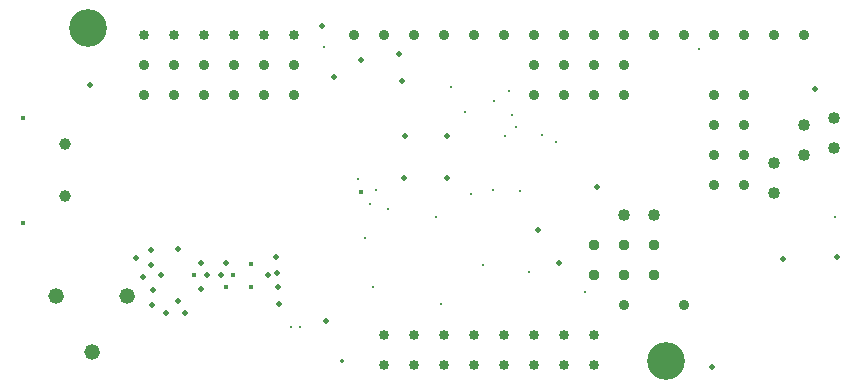
<source format=gbr>
%
M48
M72
T01C0.0110
T02C0.0140
T03C0.0150
T04C0.0200
T05C0.0335
T06C0.0350
T07C0.0354
T08C0.0370
T09C0.0394
T10C0.0400
T11C0.0520
T12C0.1260
%
T01
X11355Y3425
X11670Y3425
X14100Y4750
X13825Y6410
X14600Y7350
X14000Y7520
X14200Y7995
X13590Y8370
X16190Y7110
X17350Y7850
X18100Y7980
X19000Y7950
X20200Y9600
X19730Y9820
X18875Y10105
X18510Y9790
X18720Y10485
X18125Y10950
X18620Y11305
X17150Y10600
X16690Y11420
X12450Y12750
X17750Y5500
X19300Y5250
X21170Y4600
X16350Y4200
X24950Y12710
X29500Y7100
T02
X13060Y2310
T03
X10030Y4775
X9440Y5150
X9210Y4775
X10045Y5540
X8135Y5160
X2433Y6902
X2420Y10382
X13710Y7915
T04
X15145Y8385
X16555Y8405
X16560Y9795
X15160Y9795
X15075Y11640
X14960Y12535
X13710Y12325
X12780Y11765
X12410Y13460
X4660Y11510
X6700Y5990
X6205Y5720
X6700Y5500
X7015Y5150
X6760Y4665
X6435Y5110
X7595Y4295
X7830Y3900
X7200Y3900
X6730Y4165
X8370Y4695
X8555Y5160
X9025Y5155
X9210Y5555
X8360Y5575
X7590Y6040
X10585Y5145
X10910Y5240
X10940Y4765
X10950Y4200
X12515Y3635
X10850Y5750
X19600Y6650
X20300Y5550
X21560Y8110
X27760Y5710
X29560Y5760
X25410Y2110
X28845Y11375
T05
X21450Y3150
X20450Y3150
X19450Y3150
X19450Y2150
X20450Y2150
X21450Y2150
X18450Y2150
X17450Y2150
X16450Y2150
X15450Y2150
X14450Y2150
X14450Y3150
X15450Y3150
X16450Y3150
X17450Y3150
X18450Y3150
X11450Y13150
X10450Y13150
X9450Y13150
X8450Y13150
X7450Y13150
X6450Y13150
T06
X6450Y12150
X7450Y12150
X8450Y12150
X9450Y12150
X10450Y12150
X11450Y12150
X11450Y11150
X10450Y11150
X9450Y11150
X8450Y11150
X7450Y11150
X6450Y11150
X19450Y11150
X20450Y11150
X21450Y11150
X22450Y11150
X22450Y12150
X21450Y12150
X20450Y12150
X19450Y12150
X25450Y11150
X26450Y11150
X26450Y10150
X25450Y10150
X25450Y9150
X26450Y9150
X26450Y8150
X25450Y8150
X24450Y4150
X22450Y4150
T07
X22450Y13150
X21450Y13150
X20450Y13150
X19450Y13150
X18450Y13150
X17450Y13150
X16450Y13150
X15450Y13150
X14450Y13150
X13450Y13150
X23450Y13150
X24450Y13150
X25450Y13150
X26450Y13150
X27450Y13150
X28450Y13150
T08
X23450Y6150
X22450Y6150
X21450Y6150
X21450Y5150
X22450Y5150
X23450Y5150
T09
X3844Y7784
X3844Y9516
T10
X22450Y7150
X23450Y7150
X27450Y7900
X27450Y8900
X28450Y9150
X29450Y9400
X28450Y10150
X29450Y10400
T11
X4713Y2600
X5894Y4450
X3531Y4450
T12
X4595Y13400
X23850Y2300
M30

</source>
